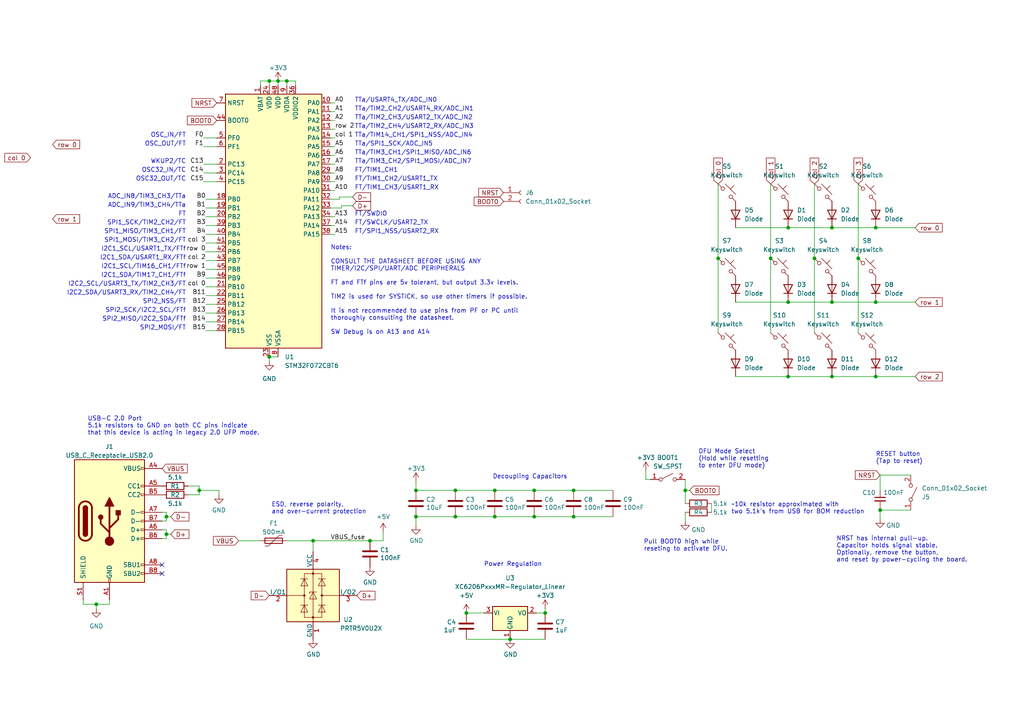
<source format=kicad_sch>
(kicad_sch (version 20231120) (generator "eeschema") (generator_version "8.0")
  (paper "A4")
  (lib_symbols
    (symbol "+5V_1" (power) (pin_names (offset 0))
      (property "Value" "+5V_1" (at 0 3.556 0))
      (symbol "+5V_1_0_1"
        (polyline (pts (xy -0.762 1.27) (xy 0 2.54)))
        (polyline (pts (xy 0 0) (xy 0 2.54)))
        (polyline (pts (xy 0 2.54) (xy 0.762 1.27)))
      )
      (symbol "+5V_1_1_1"
        (pin power_in line (at 0 0 90) (length 0) hide (name "+5V") (number "1"))
      )
    )
    (symbol "Connector:Conn_01x02_Socket" (pin_names (offset 1.016) hide)
      (property "Reference" "J" (at 0 2.54 0))
      (property "Value" "Conn_01x02_Socket" (at 0 -5.08 0))
      (symbol "Conn_01x02_Socket_1_1"
        (arc (start 0 -2.032) (mid -0.5058 -2.54) (end 0 -3.048) (stroke (width 0.1524)))
        (polyline (pts (xy -1.27 -2.54) (xy -0.508 -2.54)) (stroke (width 0.1524)))
        (polyline (pts (xy -1.27 0) (xy -0.508 0)) (stroke (width 0.1524)))
        (arc (start 0 0.508) (mid -0.5058 0) (end 0 -0.508) (stroke (width 0.1524)))
        (pin passive line (at -5.08 0 0) (length 3.81) (name "Pin_1") (number "1"))
        (pin passive line (at -5.08 -2.54 0) (length 3.81) (name "Pin_2") (number "2"))
      )
    )
    (symbol "Connector:USB_C_Receptacle_USB2.0" (pin_names (offset 1.016))
      (property "Reference" "J" (at -10.16 19.05 0))
      (property "Value" "USB_C_Receptacle_USB2.0" (at 19.05 19.05 0))
      (symbol "USB_C_Receptacle_USB2.0_0_0"
        (rectangle (start -0.254 -17.78) (end 0.254 -16.764))
        (rectangle (start 10.16 -14.986) (end 9.144 -15.494))
        (rectangle (start 10.16 -12.446) (end 9.144 -12.954))
        (rectangle (start 10.16 -4.826) (end 9.144 -5.334))
        (rectangle (start 10.16 -2.286) (end 9.144 -2.794))
        (rectangle (start 10.16 0.254) (end 9.144 -0.254))
        (rectangle (start 10.16 2.794) (end 9.144 2.286))
        (rectangle (start 10.16 7.874) (end 9.144 7.366))
        (rectangle (start 10.16 10.414) (end 9.144 9.906))
        (rectangle (start 10.16 15.494) (end 9.144 14.986))
      )
      (symbol "USB_C_Receptacle_USB2.0_0_1"
        (rectangle (start -10.16 17.78) (end 10.16 -17.78) (stroke (width 0.254)) (fill (type background)))
        (arc (start -8.89 -3.81) (mid -6.985 -5.7067) (end -5.08 -3.81) (stroke (width 0.508)))
        (arc (start -7.62 -3.81) (mid -6.985 -4.4423) (end -6.35 -3.81) (stroke (width 0.254)))
        (arc (start -7.62 -3.81) (mid -6.985 -4.4423) (end -6.35 -3.81) (stroke (width 0.254)) (fill (type outline)))
        (rectangle (start -7.62 -3.81) (end -6.35 3.81) (stroke (width 0.254)) (fill (type outline)))
        (arc (start -6.35 3.81) (mid -6.985 4.4423) (end -7.62 3.81) (stroke (width 0.254)))
        (arc (start -6.35 3.81) (mid -6.985 4.4423) (end -7.62 3.81) (stroke (width 0.254)) (fill (type outline)))
        (arc (start -5.08 3.81) (mid -6.985 5.7067) (end -8.89 3.81) (stroke (width 0.508)))
        (circle (center -2.54 1.143) (radius 0.635) (stroke (width 0.254)) (fill (type outline)))
        (circle (center 0 -5.842) (radius 1.27) (fill (type outline)))
        (polyline (pts (xy -8.89 -3.81) (xy -8.89 3.81)) (stroke (width 0.508)))
        (polyline (pts (xy -5.08 3.81) (xy -5.08 -3.81)) (stroke (width 0.508)))
        (polyline (pts (xy 0 -5.842) (xy 0 4.318)) (stroke (width 0.508)))
        (polyline (pts (xy 0 -3.302) (xy -2.54 -0.762) (xy -2.54 0.508)) (stroke (width 0.508)))
        (polyline (pts (xy 0 -2.032) (xy 2.54 0.508) (xy 2.54 1.778)) (stroke (width 0.508)))
        (polyline (pts (xy -1.27 4.318) (xy 0 6.858) (xy 1.27 4.318) (xy -1.27 4.318)) (stroke (width 0.254)) (fill (type outline)))
        (rectangle (start 1.905 1.778) (end 3.175 3.048) (stroke (width 0.254)) (fill (type outline)))
      )
      (symbol "USB_C_Receptacle_USB2.0_1_1"
        (pin passive line (at 0 -22.86 90) (length 5.08) (name "GND") (number "A1"))
        (pin passive line (at 0 -22.86 90) (length 5.08) hide (name "GND") (number "A12"))
        (pin passive line (at 15.24 15.24 180) (length 5.08) (name "VBUS") (number "A4"))
        (pin bidirectional line (at 15.24 10.16 180) (length 5.08) (name "CC1") (number "A5"))
        (pin bidirectional line (at 15.24 -2.54 180) (length 5.08) (name "D+") (number "A6"))
        (pin bidirectional line (at 15.24 2.54 180) (length 5.08) (name "D-") (number "A7"))
        (pin bidirectional line (at 15.24 -12.7 180) (length 5.08) (name "SBU1") (number "A8"))
        (pin passive line (at 15.24 15.24 180) (length 5.08) hide (name "VBUS") (number "A9"))
        (pin passive line (at 0 -22.86 90) (length 5.08) hide (name "GND") (number "B1"))
        (pin passive line (at 0 -22.86 90) (length 5.08) hide (name "GND") (number "B12"))
        (pin passive line (at 15.24 15.24 180) (length 5.08) hide (name "VBUS") (number "B4"))
        (pin bidirectional line (at 15.24 7.62 180) (length 5.08) (name "CC2") (number "B5"))
        (pin bidirectional line (at 15.24 -5.08 180) (length 5.08) (name "D+") (number "B6"))
        (pin bidirectional line (at 15.24 0 180) (length 5.08) (name "D-") (number "B7"))
        (pin bidirectional line (at 15.24 -15.24 180) (length 5.08) (name "SBU2") (number "B8"))
        (pin passive line (at 15.24 15.24 180) (length 5.08) hide (name "VBUS") (number "B9"))
        (pin passive line (at -7.62 -22.86 90) (length 5.08) (name "SHIELD") (number "S1"))
      )
    )
    (symbol "Device:C" (pin_numbers hide) (pin_names (offset 0.254))
      (property "Reference" "C" (at 0.635 2.54 0))
      (property "Value" "C" (at 0.635 -2.54 0))
      (symbol "C_0_1"
        (polyline (pts (xy -2.032 -0.762) (xy 2.032 -0.762)) (stroke (width 0.508)))
        (polyline (pts (xy -2.032 0.762) (xy 2.032 0.762)) (stroke (width 0.508)))
      )
      (symbol "C_1_1"
        (pin passive line (at 0 3.81 270) (length 2.794) (name "~") (number "1"))
        (pin passive line (at 0 -3.81 90) (length 2.794) (name "~") (number "2"))
      )
    )
    (symbol "Device:C_Small" (pin_numbers hide) (pin_names (offset 0.254) hide)
      (property "Reference" "C" (at 0.254 1.778 0))
      (property "Value" "C_Small" (at 0.254 -2.032 0))
      (symbol "C_Small_0_1"
        (polyline (pts (xy -1.524 -0.508) (xy 1.524 -0.508)) (stroke (width 0.3302)))
        (polyline (pts (xy -1.524 0.508) (xy 1.524 0.508)) (stroke (width 0.3048)))
      )
      (symbol "C_Small_1_1"
        (pin passive line (at 0 2.54 270) (length 2.032) (name "~") (number "1"))
        (pin passive line (at 0 -2.54 90) (length 2.032) (name "~") (number "2"))
      )
    )
    (symbol "Device:Polyfuse" (pin_numbers hide) (pin_names (offset 0))
      (property "Reference" "F" (at -2.54 0 90))
      (property "Value" "Polyfuse" (at 2.54 0 90))
      (symbol "Polyfuse_0_1"
        (rectangle (start -0.762 2.54) (end 0.762 -2.54) (stroke (width 0.254)))
        (polyline (pts (xy 0 2.54) (xy 0 -2.54)))
        (polyline (pts (xy -1.524 2.54) (xy -1.524 1.524) (xy 1.524 -1.524) (xy 1.524 -2.54)))
      )
      (symbol "Polyfuse_1_1"
        (pin passive line (at 0 3.81 270) (length 1.27) (name "~") (number "1"))
        (pin passive line (at 0 -3.81 90) (length 1.27) (name "~") (number "2"))
      )
    )
    (symbol "Device:R" (pin_numbers hide) (pin_names (offset 0))
      (property "Reference" "R" (at 2.032 0 90))
      (property "Value" "R" (at 0 0 90))
      (symbol "R_0_1"
        (rectangle (start -1.016 -2.54) (end 1.016 2.54) (stroke (width 0.254)))
      )
      (symbol "R_1_1"
        (pin passive line (at 0 3.81 270) (length 1.27) (name "~") (number "1"))
        (pin passive line (at 0 -3.81 90) (length 1.27) (name "~") (number "2"))
      )
    )
    (symbol "MCU_ST_STM32F0:STM32F072CBTx"
      (property "Reference" "U" (at -12.7 39.37 0))
      (property "Value" "STM32F072CBTx" (at 10.16 39.37 0))
      (symbol "STM32F072CBTx_0_1"
        (rectangle (start -12.7 -35.56) (end 15.24 38.1) (stroke (width 0.254)) (fill (type background)))
      )
      (symbol "STM32F072CBTx_1_1"
        (pin power_in line (at -2.54 40.64 270) (length 2.54) (name "VBAT") (number "1"))
        (pin bidirectional line (at 17.78 35.56 180) (length 2.54) (name "PA0") (number "10"))
        (pin bidirectional line (at 17.78 33.02 180) (length 2.54) (name "PA1") (number "11"))
        (pin bidirectional line (at 17.78 30.48 180) (length 2.54) (name "PA2") (number "12"))
        (pin bidirectional line (at 17.78 27.94 180) (length 2.54) (name "PA3") (number "13"))
        (pin bidirectional line (at 17.78 25.4 180) (length 2.54) (name "PA4") (number "14"))
        (pin bidirectional line (at 17.78 22.86 180) (length 2.54) (name "PA5") (number "15"))
        (pin bidirectional line (at 17.78 20.32 180) (length 2.54) (name "PA6") (number "16"))
        (pin bidirectional line (at 17.78 17.78 180) (length 2.54) (name "PA7") (number "17"))
        (pin bidirectional line (at -15.24 7.62 0) (length 2.54) (name "PB0") (number "18"))
        (pin bidirectional line (at -15.24 5.08 0) (length 2.54) (name "PB1") (number "19"))
        (pin bidirectional line (at -15.24 17.78 0) (length 2.54) (name "PC13") (number "2"))
        (pin bidirectional line (at -15.24 2.54 0) (length 2.54) (name "PB2") (number "20"))
        (pin bidirectional line (at -15.24 -17.78 0) (length 2.54) (name "PB10") (number "21"))
        (pin bidirectional line (at -15.24 -20.32 0) (length 2.54) (name "PB11") (number "22"))
        (pin power_in line (at 0 -38.1 90) (length 2.54) (name "VSS") (number "23"))
        (pin power_in line (at 0 40.64 270) (length 2.54) (name "VDD") (number "24"))
        (pin bidirectional line (at -15.24 -22.86 0) (length 2.54) (name "PB12") (number "25"))
        (pin bidirectional line (at -15.24 -25.4 0) (length 2.54) (name "PB13") (number "26"))
        (pin bidirectional line (at -15.24 -27.94 0) (length 2.54) (name "PB14") (number "27"))
        (pin bidirectional line (at -15.24 -30.48 0) (length 2.54) (name "PB15") (number "28"))
        (pin bidirectional line (at 17.78 15.24 180) (length 2.54) (name "PA8") (number "29"))
        (pin bidirectional line (at -15.24 15.24 0) (length 2.54) (name "PC14") (number "3"))
        (pin bidirectional line (at 17.78 12.7 180) (length 2.54) (name "PA9") (number "30"))
        (pin bidirectional line (at 17.78 10.16 180) (length 2.54) (name "PA10") (number "31"))
        (pin bidirectional line (at 17.78 7.62 180) (length 2.54) (name "PA11") (number "32"))
        (pin bidirectional line (at 17.78 5.08 180) (length 2.54) (name "PA12") (number "33"))
        (pin bidirectional line (at 17.78 2.54 180) (length 2.54) (name "PA13") (number "34"))
        (pin passive line (at 0 -38.1 90) (length 2.54) hide (name "VSS") (number "35"))
        (pin power_in line (at 7.62 40.64 270) (length 2.54) (name "VDDIO2") (number "36"))
        (pin bidirectional line (at 17.78 0 180) (length 2.54) (name "PA14") (number "37"))
        (pin bidirectional line (at 17.78 -2.54 180) (length 2.54) (name "PA15") (number "38"))
        (pin bidirectional line (at -15.24 0 0) (length 2.54) (name "PB3") (number "39"))
        (pin bidirectional line (at -15.24 12.7 0) (length 2.54) (name "PC15") (number "4"))
        (pin bidirectional line (at -15.24 -2.54 0) (length 2.54) (name "PB4") (number "40"))
        (pin bidirectional line (at -15.24 -5.08 0) (length 2.54) (name "PB5") (number "41"))
        (pin bidirectional line (at -15.24 -7.62 0) (length 2.54) (name "PB6") (number "42"))
        (pin bidirectional line (at -15.24 -10.16 0) (length 2.54) (name "PB7") (number "43"))
        (pin input line (at -15.24 30.48 0) (length 2.54) (name "BOOT0") (number "44"))
        (pin bidirectional line (at -15.24 -12.7 0) (length 2.54) (name "PB8") (number "45"))
        (pin bidirectional line (at -15.24 -15.24 0) (length 2.54) (name "PB9") (number "46"))
        (pin passive line (at 0 -38.1 90) (length 2.54) hide (name "VSS") (number "47"))
        (pin power_in line (at 2.54 40.64 270) (length 2.54) (name "VDD") (number "48"))
        (pin bidirectional line (at -15.24 25.4 0) (length 2.54) (name "PF0") (number "5"))
        (pin bidirectional line (at -15.24 22.86 0) (length 2.54) (name "PF1") (number "6"))
        (pin input line (at -15.24 35.56 0) (length 2.54) (name "NRST") (number "7"))
        (pin power_in line (at 2.54 -38.1 90) (length 2.54) (name "VSSA") (number "8"))
        (pin power_in line (at 5.08 40.64 270) (length 2.54) (name "VDDA") (number "9"))
      )
    )
    (symbol "Power_Protection:PRTR5V0U2X" (pin_names (offset 0))
      (property "Reference" "D" (at 2.794 8.636 0))
      (property "Value" "PRTR5V0U2X" (at 8.128 -9.398 0))
      (symbol "PRTR5V0U2X_0_1"
        (rectangle (start -7.62 -7.62) (end 7.62 7.62) (stroke (width 0.254)) (fill (type background)))
        (circle (center -2.54 0) (radius 0.254) (fill (type outline)))
        (rectangle (start -2.54 6.35) (end 2.54 -6.35))
        (circle (center 0 -6.35) (radius 0.254) (fill (type outline)))
        (polyline (pts (xy -2.54 0) (xy -7.62 0)))
        (polyline (pts (xy -1.524 -2.794) (xy -3.556 -2.794)))
        (polyline (pts (xy -1.524 4.826) (xy -3.556 4.826)))
        (polyline (pts (xy 0 -7.62) (xy 0 7.62)))
        (polyline (pts (xy 1.524 -2.794) (xy 3.556 -2.794)))
        (polyline (pts (xy 1.524 4.826) (xy 3.556 4.826)))
        (polyline (pts (xy 2.54 0) (xy 7.62 0)))
        (polyline (pts (xy 1.016 1.016) (xy -1.016 1.016) (xy -1.016 0.508)))
        (polyline (pts (xy -3.556 -4.826) (xy -1.524 -4.826) (xy -2.54 -2.794) (xy -3.556 -4.826)))
        (polyline (pts (xy -3.556 2.794) (xy -1.524 2.794) (xy -2.54 4.826) (xy -3.556 2.794)))
        (polyline (pts (xy -1.016 -1.016) (xy 1.016 -1.016) (xy 0 1.016) (xy -1.016 -1.016)))
        (polyline (pts (xy 3.556 -4.826) (xy 1.524 -4.826) (xy 2.54 -2.794) (xy 3.556 -4.826)))
        (polyline (pts (xy 3.556 2.794) (xy 1.524 2.794) (xy 2.54 4.826) (xy 3.556 2.794)))
        (circle (center 0 6.35) (radius 0.254) (fill (type outline)))
        (circle (center 2.54 0) (radius 0.254) (fill (type outline)))
      )
      (symbol "PRTR5V0U2X_1_1"
        (pin passive line (at 0 -12.7 90) (length 5.08) (name "GND") (number "1"))
        (pin passive line (at -12.7 0 0) (length 5.08) (name "I/O1") (number "2"))
        (pin passive line (at 12.7 0 180) (length 5.08) (name "I/O2") (number "3"))
        (pin passive line (at 0 12.7 270) (length 5.08) (name "VCC") (number "4"))
      )
    )
    (symbol "ScottoKeebs:Placeholder_Diode" (pin_numbers hide) (pin_names hide)
      (property "Reference" "D" (at 0 2.54 0))
      (property "Value" "Diode" (at 0 -2.54 0))
      (symbol "Placeholder_Diode_0_1"
        (polyline (pts (xy -1.27 1.27) (xy -1.27 -1.27)) (stroke (width 0.254)))
        (polyline (pts (xy 1.27 0) (xy -1.27 0)))
        (polyline (pts (xy 1.27 1.27) (xy 1.27 -1.27) (xy -1.27 0) (xy 1.27 1.27)) (stroke (width 0.254)))
      )
      (symbol "Placeholder_Diode_1_1"
        (pin passive line (at -3.81 0 0) (length 2.54) (name "K") (number "1"))
        (pin passive line (at 3.81 0 180) (length 2.54) (name "A") (number "2"))
      )
    )
    (symbol "ScottoKeebs:Placeholder_Keyswitch" (pin_numbers hide) (pin_names (offset 1.016) hide)
      (property "Reference" "S" (at 3.048 1.016 0))
      (property "Value" "Keyswitch" (at 0 -3.81 0))
      (symbol "Placeholder_Keyswitch_0_1"
        (circle (center -1.1684 1.1684) (radius 0.508))
        (polyline (pts (xy -0.508 2.54) (xy 2.54 -0.508)))
        (polyline (pts (xy 1.016 1.016) (xy 2.032 2.032)))
        (polyline (pts (xy -2.54 2.54) (xy -1.524 1.524) (xy -1.524 1.524)))
        (polyline (pts (xy 1.524 -1.524) (xy 2.54 -2.54) (xy 2.54 -2.54) (xy 2.54 -2.54)))
        (circle (center 1.143 -1.1938) (radius 0.508))
        (pin passive line (at -2.54 2.54 0) (length 0) (name "1") (number "1"))
        (pin passive line (at 2.54 -2.54 180) (length 0) (name "2") (number "2"))
      )
    )
    (symbol "Switch:SW_SPST" (pin_names (offset 0) hide)
      (property "Reference" "SW" (at 0 3.175 0))
      (property "Value" "SW_SPST" (at 0 -2.54 0))
      (symbol "SW_SPST_0_0"
        (circle (center -2.032 0) (radius 0.508))
        (polyline (pts (xy -1.524 0.254) (xy 1.524 1.778)))
        (circle (center 2.032 0) (radius 0.508))
      )
      (symbol "SW_SPST_1_1"
        (pin passive line (at -5.08 0 0) (length 2.54) (name "A") (number "1"))
        (pin passive line (at 5.08 0 180) (length 2.54) (name "B") (number "2"))
      )
    )
    (symbol "kicad-keyboard-parts:XC6206PxxxMR-Regulator_Linear" (pin_names (offset 0.254))
      (property "Reference" "U" (at -3.81 3.175 0))
      (property "Value" "XC6206PxxxMR-Regulator_Linear" (at 0 3.175 0))
      (property "LCSC" "C5446" (at 0 0 0))
      (symbol "XC6206PxxxMR-Regulator_Linear_0_1"
        (rectangle (start -5.08 1.905) (end 5.08 -5.08) (stroke (width 0.254)) (fill (type background)))
      )
      (symbol "XC6206PxxxMR-Regulator_Linear_1_1"
        (pin power_in line (at 0 -7.62 90) (length 2.54) (name "GND") (number "1"))
        (pin power_out line (at 7.62 0 180) (length 2.54) (name "VO") (number "2"))
        (pin power_in line (at -7.62 0 0) (length 2.54) (name "VI") (number "3"))
      )
    )
    (symbol "power:+3V3" (power) (pin_names (offset 0))
      (property "Value" "+3V3" (at 0 3.556 0))
      (symbol "+3V3_0_1"
        (polyline (pts (xy -0.762 1.27) (xy 0 2.54)))
        (polyline (pts (xy 0 0) (xy 0 2.54)))
        (polyline (pts (xy 0 2.54) (xy 0.762 1.27)))
      )
      (symbol "+3V3_1_1"
        (pin power_in line (at 0 0 90) (length 0) hide (name "+3V3") (number "1"))
      )
    )
    (symbol "power:+5V" (power) (pin_names (offset 0))
      (property "Value" "+5V" (at 0 3.556 0))
      (symbol "+5V_0_1"
        (polyline (pts (xy -0.762 1.27) (xy 0 2.54)))
        (polyline (pts (xy 0 0) (xy 0 2.54)))
        (polyline (pts (xy 0 2.54) (xy 0.762 1.27)))
      )
      (symbol "+5V_1_1"
        (pin power_in line (at 0 0 90) (length 0) hide (name "+5V") (number "1"))
      )
    )
    (symbol "power:GND" (power) (pin_names (offset 0))
      (property "Value" "GND" (at 0 -3.81 0))
      (symbol "GND_0_1"
        (polyline (pts (xy 0 0) (xy 0 -1.27) (xy 1.27 -1.27) (xy 0 -2.54) (xy -1.27 -1.27) (xy 0 -1.27)))
      )
      (symbol "GND_1_1"
        (pin power_in line (at 0 0 270) (length 0) hide (name "GND") (number "1"))
      )
    )
  )
  (junction (at 241.3 66.04))
  (junction (at 154.94 142.24))
  (junction (at 48.26 154.94))
  (junction (at 241.3 87.63))
  (junction (at 78.105 23.495))
  (junction (at 223.52 74.93))
  (junction (at 143.51 142.24))
  (junction (at 208.28 74.93))
  (junction (at 254 66.04))
  (junction (at 57.785 142.24))
  (junction (at 248.92 74.93))
  (junction (at 255.27 147.955))
  (junction (at 228.6 87.63))
  (junction (at 132.08 149.86))
  (junction (at 120.65 149.86))
  (junction (at 254 87.63))
  (junction (at 236.22 74.93))
  (junction (at 107.315 156.845))
  (junction (at 80.645 23.495))
  (junction (at 228.6 66.04))
  (junction (at 158.115 177.8))
  (junction (at 147.955 185.42) (diameter 0.9144))
  (junction (at 254 109.22))
  (junction (at 143.51 149.86))
  (junction (at 90.805 156.845))
  (junction (at 166.37 149.86))
  (junction (at 120.65 142.24))
  (junction (at 198.755 142.24))
  (junction (at 83.185 23.495))
  (junction (at 241.3 109.22))
  (junction (at 78.105 103.505))
  (junction (at 166.37 142.24))
  (junction (at 48.26 149.86))
  (junction (at 135.255 177.8))
  (junction (at 154.94 149.86))
  (junction (at 228.6 109.22))
  (junction (at 27.94 175.26))
  (junction (at 132.08 142.24))
  (no_connect (at 46.99 166.37))
  (no_connect (at 46.99 163.83))
  (wire (pts (xy 59.69 80.645) (xy 62.865 80.645)))
  (wire (pts (xy 69.215 156.845) (xy 75.565 156.845)))
  (wire (pts (xy 223.52 53.34) (xy 223.52 74.93)))
  (wire (pts (xy 24.13 173.99) (xy 24.13 175.26)))
  (wire (pts (xy 59.69 73.025) (xy 62.865 73.025)))
  (wire (pts (xy 59.055 50.165) (xy 62.865 50.165)))
  (wire (pts (xy 97.155 65.405) (xy 95.885 65.405)))
  (wire (pts (xy 265.43 66.04) (xy 254 66.04)))
  (wire (pts (xy 90.805 156.845) (xy 90.805 160.02)))
  (wire (pts (xy 97.155 34.925) (xy 95.885 34.925)))
  (wire (pts (xy 48.26 156.21) (xy 48.26 154.94)))
  (wire (pts (xy 48.26 148.59) (xy 48.26 149.86)))
  (wire (pts (xy 97.155 40.005) (xy 95.885 40.005)))
  (wire (pts (xy 59.69 75.565) (xy 62.865 75.565)))
  (wire (pts (xy 59.055 52.705) (xy 62.865 52.705)))
  (wire (pts (xy 198.755 142.24) (xy 198.755 146.05)))
  (wire (pts (xy 255.27 147.955) (xy 264.16 147.955)))
  (wire (pts (xy 223.52 74.93) (xy 223.52 96.52)))
  (wire (pts (xy 75.565 23.495) (xy 75.565 24.765)))
  (wire (pts (xy 166.37 149.86) (xy 177.8 149.86)))
  (wire (pts (xy 213.36 87.63) (xy 228.6 87.63)))
  (wire (pts (xy 46.99 148.59) (xy 48.26 148.59)))
  (wire (pts (xy 213.36 66.04) (xy 228.6 66.04)))
  (wire (pts (xy 236.22 53.34) (xy 236.22 74.93)))
  (wire (pts (xy 111.125 154.305) (xy 111.125 156.845)))
  (wire (pts (xy 213.36 109.22) (xy 228.6 109.22)))
  (wire (pts (xy 97.155 42.545) (xy 95.885 42.545)))
  (wire (pts (xy 198.755 142.24) (xy 200.025 142.24)))
  (wire (pts (xy 99.06 59.69) (xy 99.06 60.325)))
  (wire (pts (xy 228.6 109.22) (xy 241.3 109.22)))
  (wire (pts (xy 265.43 87.63) (xy 254 87.63)))
  (wire (pts (xy 97.155 37.465) (xy 95.885 37.465)))
  (wire (pts (xy 135.255 177.8) (xy 140.335 177.8)))
  (wire (pts (xy 198.755 148.59) (xy 198.755 151.13)))
  (wire (pts (xy 78.105 104.775) (xy 78.105 103.505)))
  (wire (pts (xy 46.99 156.21) (xy 48.26 156.21)))
  (wire (pts (xy 97.155 47.625) (xy 95.885 47.625)))
  (wire (pts (xy 97.155 62.865) (xy 95.885 62.865)))
  (wire (pts (xy 158.115 176.53) (xy 158.115 177.8)))
  (wire (pts (xy 90.805 156.845) (xy 107.315 156.845)))
  (wire (pts (xy 78.105 103.505) (xy 80.645 103.505)))
  (wire (pts (xy 187.325 139.065) (xy 187.325 136.525)))
  (wire (pts (xy 154.94 149.86) (xy 166.37 149.86)))
  (wire (pts (xy 241.3 109.22) (xy 254 109.22)))
  (wire (pts (xy 59.69 88.265) (xy 62.865 88.265)))
  (wire (pts (xy 59.055 40.005) (xy 62.865 40.005)))
  (wire (pts (xy 59.69 65.405) (xy 62.865 65.405)))
  (wire (pts (xy 97.155 45.085) (xy 95.885 45.085)))
  (wire (pts (xy 120.65 152.4) (xy 120.65 149.86)))
  (wire (pts (xy 154.94 142.24) (xy 166.37 142.24)))
  (wire (pts (xy 57.785 143.51) (xy 57.785 142.24)))
  (wire (pts (xy 248.92 53.34) (xy 248.92 74.93)))
  (wire (pts (xy 59.69 57.785) (xy 62.865 57.785)))
  (wire (pts (xy 75.565 23.495) (xy 78.105 23.495)))
  (wire (pts (xy 120.65 139.7) (xy 120.65 142.24)))
  (wire (pts (xy 248.92 74.93) (xy 248.92 96.52)))
  (wire (pts (xy 228.6 66.04) (xy 241.3 66.04)))
  (wire (pts (xy 80.645 23.495) (xy 80.645 24.765)))
  (wire (pts (xy 48.26 153.67) (xy 48.26 154.94)))
  (wire (pts (xy 147.955 185.42) (xy 158.115 185.42)))
  (wire (pts (xy 147.955 185.42) (xy 135.255 185.42)))
  (wire (pts (xy 78.105 23.495) (xy 78.105 24.765)))
  (wire (pts (xy 59.69 95.885) (xy 62.865 95.885)))
  (wire (pts (xy 54.61 140.97) (xy 57.785 140.97)))
  (wire (pts (xy 63.5 142.24) (xy 63.5 143.51)))
  (wire (pts (xy 57.785 142.24) (xy 57.785 140.97)))
  (wire (pts (xy 85.725 23.495) (xy 85.725 24.765)))
  (wire (pts (xy 98.425 57.785) (xy 95.885 57.785)))
  (wire (pts (xy 143.51 142.24) (xy 154.94 142.24)))
  (wire (pts (xy 48.26 154.94) (xy 49.53 154.94)))
  (wire (pts (xy 255.27 150.495) (xy 255.27 147.955)))
  (wire (pts (xy 254 87.63) (xy 241.3 87.63)))
  (wire (pts (xy 83.185 23.495) (xy 80.645 23.495)))
  (wire (pts (xy 31.75 175.26) (xy 31.75 173.99)))
  (wire (pts (xy 107.315 156.845) (xy 111.125 156.845)))
  (wire (pts (xy 59.055 42.545) (xy 62.865 42.545)))
  (wire (pts (xy 59.69 78.105) (xy 62.865 78.105)))
  (wire (pts (xy 155.575 177.8) (xy 158.115 177.8)))
  (wire (pts (xy 132.08 149.86) (xy 120.65 149.86)))
  (wire (pts (xy 255.27 137.795) (xy 264.16 137.795)))
  (wire (pts (xy 198.755 139.065) (xy 198.755 142.24)))
  (wire (pts (xy 97.155 55.245) (xy 95.885 55.245)))
  (wire (pts (xy 59.69 93.345) (xy 62.865 93.345)))
  (wire (pts (xy 208.28 74.93) (xy 208.28 96.52)))
  (wire (pts (xy 48.26 149.86) (xy 49.53 149.86)))
  (wire (pts (xy 46.99 151.13) (xy 48.26 151.13)))
  (wire (pts (xy 143.51 149.86) (xy 154.94 149.86)))
  (wire (pts (xy 102.235 57.15) (xy 98.425 57.15)))
  (wire (pts (xy 97.155 50.165) (xy 95.885 50.165)))
  (wire (pts (xy 59.69 62.865) (xy 62.865 62.865)))
  (wire (pts (xy 83.185 23.495) (xy 85.725 23.495)))
  (wire (pts (xy 255.27 137.795) (xy 255.27 142.24)))
  (wire (pts (xy 27.94 175.26) (xy 31.75 175.26)))
  (wire (pts (xy 57.785 142.24) (xy 63.5 142.24)))
  (wire (pts (xy 83.185 156.845) (xy 90.805 156.845)))
  (wire (pts (xy 254 66.04) (xy 241.3 66.04)))
  (wire (pts (xy 143.51 149.86) (xy 132.08 149.86)))
  (wire (pts (xy 265.43 109.22) (xy 254 109.22)))
  (wire (pts (xy 102.235 59.69) (xy 99.06 59.69)))
  (wire (pts (xy 206.375 146.05) (xy 206.375 148.59)))
  (wire (pts (xy 208.28 53.34) (xy 208.28 74.93)))
  (wire (pts (xy 255.27 147.955) (xy 255.27 147.32)))
  (wire (pts (xy 228.6 87.63) (xy 241.3 87.63)))
  (wire (pts (xy 83.185 23.495) (xy 83.185 24.765)))
  (wire (pts (xy 59.69 60.325) (xy 62.865 60.325)))
  (wire (pts (xy 78.105 23.495) (xy 80.645 23.495)))
  (wire (pts (xy 59.69 70.485) (xy 62.865 70.485)))
  (wire (pts (xy 59.69 83.185) (xy 62.865 83.185)))
  (wire (pts (xy 132.08 142.24) (xy 120.65 142.24)))
  (wire (pts (xy 98.425 57.15) (xy 98.425 57.785)))
  (wire (pts (xy 166.37 142.24) (xy 177.8 142.24)))
  (wire (pts (xy 48.26 149.86) (xy 48.26 151.13)))
  (wire (pts (xy 46.99 153.67) (xy 48.26 153.67)))
  (wire (pts (xy 188.595 139.065) (xy 187.325 139.065)))
  (wire (pts (xy 24.13 175.26) (xy 27.94 175.26)))
  (wire (pts (xy 236.22 74.93) (xy 236.22 96.52)))
  (wire (pts (xy 59.69 67.945) (xy 62.865 67.945)))
  (wire (pts (xy 97.155 67.945) (xy 95.885 67.945)))
  (wire (pts (xy 97.155 52.705) (xy 95.885 52.705)))
  (wire (pts (xy 59.055 47.625) (xy 62.865 47.625)))
  (wire (pts (xy 59.69 85.725) (xy 62.865 85.725)))
  (wire (pts (xy 97.155 32.385) (xy 95.885 32.385)))
  (wire (pts (xy 54.61 143.51) (xy 57.785 143.51)))
  (wire (pts (xy 99.06 60.325) (xy 95.885 60.325)))
  (wire (pts (xy 143.51 142.24) (xy 132.08 142.24)))
  (wire (pts (xy 97.155 29.845) (xy 95.885 29.845)))
  (wire (pts (xy 27.94 176.53) (xy 27.94 175.26)))
  (wire (pts (xy 59.69 90.805) (xy 62.865 90.805)))
  (text "RESET button\n(Tap to reset)" (at 254 134.62 0) (effects (font (size 1.27 1.27)) (justify left bottom)))
  (text "FT/TIM1_CH2/USART1_TX" (at 102.87 52.705 0) (effects (font (size 1.27 1.27)) (justify left bottom)))
  (text "Decoupling Capacitors" (at 142.875 139.065 0) (effects (font (size 1.27 1.27)) (justify left bottom)))
  (text "SPI2_SCK/I2C2_SCL/FTf" (at 53.975 90.805 0) (effects (font (size 1.27 1.27)) (justify right bottom)))
  (text "OSC_IN/FT" (at 53.975 40.005 0) (effects (font (size 1.27 1.27)) (justify right bottom)))
  (text "TTa/TIM2_CH2/USART4_RX/ADC_IN1" (at 102.87 32.385 0) (effects (font (size 1.27 1.27)) (justify left bottom)))
  (text "I2C2_SCL/USART3_TX/TIM2_CH3/FT" (at 53.975 83.185 0) (effects (font (size 1.27 1.27)) (justify right bottom)))
  (text "DFU Mode Select\n(Hold while resetting\nto enter DFU mode)" (at 202.565 135.89 0) (effects (font (size 1.27 1.27)) (justify left bottom)))
  (text "TTa/SPI1_SCK/ADC_IN5" (at 102.87 42.545 0) (effects (font (size 1.27 1.27)) (justify left bottom)))
  (text "SPI1_MOSI/TIM3_CH2/FT" (at 53.975 70.485 0) (effects (font (size 1.27 1.27)) (justify right bottom)))
  (text "TTa/USART4_TX/ADC_IN0" (at 102.87 29.845 0) (effects (font (size 1.27 1.27)) (justify left bottom)))
  (text "SPI2_NSS/FT" (at 53.975 88.265 0) (effects (font (size 1.27 1.27)) (justify right bottom)))
  (text "I2C1_SCL/TIM16_CH1/FTf" (at 53.975 78.105 0) (effects (font (size 1.27 1.27)) (justify right bottom)))
  (text "I2C1_SCL/USART1_TX/FTf" (at 53.975 73.025 0) (effects (font (size 1.27 1.27)) (justify right bottom)))
  (text "TTa/TIM14_CH1/SPI1_NSS/ADC_IN4" (at 102.87 40.005 0) (effects (font (size 1.27 1.27)) (justify left bottom)))
  (text "SPI1_MISO/TIM3_CH1/FT" (at 53.975 67.945 0) (effects (font (size 1.27 1.27)) (justify right bottom)))
  (text "ADC_IN9/TIM3_CH4/TTa" (at 53.975 60.325 0) (effects (font (size 1.27 1.27)) (justify right bottom)))
  (text "TTa/TIM3_CH1/SPI1_MISO/ADC_IN6" (at 102.87 45.085 0) (effects (font (size 1.27 1.27)) (justify left bottom)))
  (text "USB-C 2.0 Port\n5.1k resistors to GND on both CC pins indicate\nthat this device is acting in legacy 2.0 UFP mode." (at 25.4 126.365 0) (effects (font (size 1.27 1.27)) (justify left bottom)))
  (text "I2C2_SDA/USART3_RX/TIM2_CH4/FT" (at 53.975 85.725 0) (effects (font (size 1.27 1.27)) (justify right bottom)))
  (text "SPI2_MISO/I2C2_SDA/FTf" (at 53.975 93.345 0) (effects (font (size 1.27 1.27)) (justify right bottom)))
  (text "TTa/TIM2_CH3/USART2_TX/ADC_IN2" (at 102.87 34.925 0) (effects (font (size 1.27 1.27)) (justify left bottom)))
  (text "Power Regulation" (at 140.335 164.465 0) (effects (font (size 1.27 1.27)) (justify left bottom)))
  (text "OSC_OUT/FT" (at 53.975 42.545 0) (effects (font (size 1.27 1.27)) (justify right bottom)))
  (text "ESD, reverse polarity,\nand over-current protection" (at 78.74 149.225 0) (effects (font (size 1.27 1.27)) (justify left bottom)))
  (text "I2C1_SDA/TIM17_CH1/FTf" (at 53.975 80.645 0) (effects (font (size 1.27 1.27)) (justify right bottom)))
  (text "OSC32_OUT/TC" (at 53.975 52.705 0) (effects (font (size 1.27 1.27)) (justify right bottom)))
  (text "FT/SWCLK/USART2_TX" (at 102.87 65.405 0) (effects (font (size 1.27 1.27)) (justify left bottom)))
  (text "OSC32_IN/TC" (at 53.975 50.165 0) (effects (font (size 1.27 1.27)) (justify right bottom)))
  (text "FT/SPI1_NSS/USART2_RX" (at 102.87 67.945 0) (effects (font (size 1.27 1.27)) (justify left bottom)))
  (text "TTa/TIM2_CH4/USART2_RX/ADC_IN3" (at 102.87 37.465 0) (effects (font (size 1.27 1.27)) (justify left bottom)))
  (text "FT/TIM1_CH3/USART1_RX" (at 102.87 55.245 0) (effects (font (size 1.27 1.27)) (justify left bottom)))
  (text "NRST has internal pull-up.\nCapacitor holds signal stable.\nOptionally, remove the button,\nand reset by power-cycling the board." (at 242.57 163.195 0) (effects (font (size 1.27 1.27)) (justify left bottom)))
  (text "~10k resistor approximated with\ntwo 5.1k's from USB for BOM reduction" (at 212.09 149.225 0) (effects (font (size 1.27 1.27)) (justify left bottom)))
  (text "I2C1_SDA/USART1_RX/FTf" (at 53.975 75.565 0) (effects (font (size 1.27 1.27)) (justify right bottom)))
  (text "FT/TIM1_CH1" (at 102.87 50.165 0) (effects (font (size 1.27 1.27)) (justify left bottom)))
  (text "Notes:\n\nCONSULT THE DATASHEET BEFORE USING ANY \nTIMER/I2C/SPI/UART/ADC PERIPHERALS\n\nFT and FTf pins are 5v tolerant, but output 3.3v levels.\n\nTIM2 is used for SYSTICK, so use other timers if possible.\n\nIt is not recommended to use pins from PF or PC until\nthoroughly consulting the datasheet.\n\nSW Debug is on A13 and A14" (at 95.885 97.155 0) (effects (font (size 1.27 1.27)) (justify left bottom)))
  (text "WKUP2/TC" (at 53.975 47.625 0) (effects (font (size 1.27 1.27)) (justify right bottom)))
  (text "Pull BOOT0 high while \nreseting to activate DFU." (at 186.69 160.02 0) (effects (font (size 1.27 1.27)) (justify left bottom)))
  (text "FT" (at 53.975 62.865 0) (effects (font (size 1.27 1.27)) (justify right bottom)))
  (text "TTa/TIM3_CH2/SPI1_MOSI/ADC_IN7" (at 102.87 47.625 0) (effects (font (size 1.27 1.27)) (justify left bottom)))
  (text "ADC_IN8/TIM3_CH3/TTa" (at 53.975 57.785 0) (effects (font (size 1.27 1.27)) (justify right bottom)))
  (text "SPI2_MOSI/FT" (at 53.975 95.885 0) (effects (font (size 1.27 1.27)) (justify right bottom)))
  (text "FT/SWDIO" (at 102.87 62.865 0) (effects (font (size 1.27 1.27)) (justify left bottom)))
  (text "SPI1_SCK/TIM2_CH2/FT" (at 53.975 65.405 0) (effects (font (size 1.27 1.27)) (justify right bottom)))
  (label "B4" (at 59.69 67.945 180))
  (label "A1" (at 97.155 32.385 0))
  (label "B0" (at 59.69 57.785 180))
  (label "A10" (at 97.155 55.245 0))
  (label "F1" (at 59.055 42.545 180))
  (label "B12" (at 59.69 88.265 180))
  (label "row 2" (at 97.155 37.465 0))
  (label "col 2" (at 59.69 75.565 180))
  (label "C15" (at 59.055 52.705 180))
  (label "B2" (at 59.69 62.865 180))
  (label "col 3" (at 59.69 70.485 180))
  (label "col 0" (at 59.69 83.185 180))
  (label "C13" (at 59.055 47.625 180))
  (label "A0" (at 97.155 29.845 0))
  (label "col 1" (at 97.155 40.005 0))
  (label "A6" (at 97.155 45.085 0))
  (label "B9" (at 59.69 80.645 180))
  (label "F0" (at 59.055 40.005 180))
  (label "A7" (at 97.155 47.625 0))
  (label "row 1" (at 59.69 78.105 180))
  (label "A14" (at 97.155 65.405 0))
  (label "VBUS_fuse" (at 95.885 156.845 0))
  (label "row 0" (at 59.69 73.025 180))
  (label "A8" (at 97.155 50.165 0))
  (label "A13" (at 97.155 62.865 0))
  (label "B3" (at 59.69 65.405 180))
  (label "C14" (at 59.055 50.165 180))
  (label "A5" (at 97.155 42.545 0))
  (label "A2" (at 97.155 34.925 0))
  (label "B15" (at 59.69 95.885 180))
  (label "B11" (at 59.69 85.725 180))
  (label "B13" (at 59.69 90.805 180))
  (label "A9" (at 97.155 52.705 0))
  (label "B14" (at 59.69 93.345 180))
  (label "B1" (at 59.69 60.325 180))
  (label "A15" (at 97.155 67.945 0))
  (global_label "col 1" (shape input) (at 223.52 53.34 90) (property "Intersheetrefs" "${INTERSHEET_REFS}" (effects (hide yes))))
  (global_label "VBUS" (shape input) (at 46.99 135.89 0) (property "Intersheetrefs" "${INTERSHEET_REFS}" (effects (hide yes))))
  (global_label "D+" (shape input) (at 49.53 154.94 0) (property "Intersheetrefs" "${INTERSHEET_REFS}" (effects (hide yes))))
  (global_label "row 0" (shape input) (at 265.43 66.04 0) (property "Intersheetrefs" "${INTERSHEET_REFS}" (effects (hide yes))))
  (global_label "row 1" (shape input) (at 15.24 63.5 0) (property "Intersheetrefs" "${INTERSHEET_REFS}" (effects (hide yes))))
  (global_label "NRST" (shape input) (at 255.27 137.795 180) (property "Intersheetrefs" "${INTERSHEET_REFS}" (effects (hide yes))))
  (global_label "NRST" (shape input) (at 62.865 29.845 180) (property "Intersheetrefs" "${INTERSHEET_REFS}" (effects (hide yes))))
  (global_label "BOOT0" (shape input) (at 62.865 34.925 180) (property "Intersheetrefs" "${INTERSHEET_REFS}" (effects (hide yes))))
  (global_label "D+" (shape input) (at 102.235 59.69 0) (property "Intersheetrefs" "${INTERSHEET_REFS}" (effects (hide yes))))
  (global_label "col 0" (shape input) (at 208.28 53.34 90) (property "Intersheetrefs" "${INTERSHEET_REFS}" (effects (hide yes))))
  (global_label "row 0" (shape input) (at 15.24 41.91 0) (property "Intersheetrefs" "${INTERSHEET_REFS}" (effects (hide yes))))
  (global_label "row 2" (shape input) (at 265.43 109.22 0) (property "Intersheetrefs" "${INTERSHEET_REFS}" (effects (hide yes))))
  (global_label "D-" (shape input) (at 78.105 172.72 180) (property "Intersheetrefs" "${INTERSHEET_REFS}" (effects (hide yes))))
  (global_label "BOOT0" (shape input) (at 146.05 58.42 180) (property "Intersheetrefs" "${INTERSHEET_REFS}" (effects (hide yes))))
  (global_label "BOOT0" (shape input) (at 200.025 142.24 0) (property "Intersheetrefs" "${INTERSHEET_REFS}" (effects (hide yes))))
  (global_label "NRST" (shape input) (at 146.05 55.88 180) (property "Intersheetrefs" "${INTERSHEET_REFS}" (effects (hide yes))))
  (global_label "D-" (shape input) (at 49.53 149.86 0) (property "Intersheetrefs" "${INTERSHEET_REFS}" (effects (hide yes))))
  (global_label "D+" (shape input) (at 103.505 172.72 0) (property "Intersheetrefs" "${INTERSHEET_REFS}" (effects (hide yes))))
  (global_label "col 3" (shape input) (at 248.92 53.34 90) (property "Intersheetrefs" "${INTERSHEET_REFS}" (effects (hide yes))))
  (global_label "col 0" (shape input) (at 8.89 45.72 180) (property "Intersheetrefs" "${INTERSHEET_REFS}" (effects (hide yes))))
  (global_label "row 1" (shape input) (at 265.43 87.63 0) (property "Intersheetrefs" "${INTERSHEET_REFS}" (effects (hide yes))))
  (global_label "D-" (shape input) (at 102.235 57.15 0) (property "Intersheetrefs" "${INTERSHEET_REFS}" (effects (hide yes))))
  (global_label "VBUS" (shape input) (at 69.215 156.845 180) (property "Intersheetrefs" "${INTERSHEET_REFS}" (effects (hide yes))))
  (global_label "col 2" (shape input) (at 236.22 53.34 90) (property "Intersheetrefs" "${INTERSHEET_REFS}" (effects (hide yes))))
  (symbol (lib_id "ScottoKeebs:Placeholder_Diode") (at 241.3 105.41 90) (unit 1)
    (property "Reference" "D11" (at 243.84 104.14 90) (effects (justify right)))
    (property "Value" "Diode" (at 243.84 106.68 90) (effects (justify right)))
    (property "Footprint" "ScottoKeebs_Components:Diode_SOD-123" (effects (hide yes)))
    (property "Sim.Device" "D" (effects (hide yes)))
    (property "Sim.Pins" "1=K 2=A" (effects (hide yes)))
  )
  (symbol (lib_id "Device:C") (at 143.51 146.05 0) (unit 1)
    (property "Reference" "C5" (at 146.431 144.8816 0) (effects (justify left)))
    (property "Value" "100nF" (at 146.431 147.193 0) (effects (justify left)))
    (property "Footprint" "Capacitor_SMD:C_0402_1005Metric" (effects (hide yes)))
    (property "LCSC" "C307331" (effects (hide yes)))
  )
  (symbol (lib_id "ScottoKeebs:Placeholder_Keyswitch") (at 238.76 77.47 0) (unit 1)
    (property "Reference" "S4" (at 238.76 69.85 0))
    (property "Value" "Keyswitch" (at 238.76 72.39 0))
    (property "Footprint" "ScottoKeebs_Hotswap:Hotswap_MX_Plated_1.00u" (effects (hide yes)))
  )
  (symbol (lib_id "ScottoKeebs:Placeholder_Diode") (at 254 83.82 90) (unit 1)
    (property "Reference" "D8" (at 256.54 82.55 90) (effects (justify right)))
    (property "Value" "Diode" (at 256.54 85.09 90) (effects (justify right)))
    (property "Footprint" "ScottoKeebs_Components:Diode_SOD-123" (effects (hide yes)))
    (property "Sim.Device" "D" (effects (hide yes)))
    (property "Sim.Pins" "1=K 2=A" (effects (hide yes)))
  )
  (symbol (lib_id "Device:R") (at 50.8 143.51 90) (unit 1)
    (property "Reference" "R2" (at 50.8 143.51 90))
    (property "Value" "5.1k" (at 50.8 146.05 90))
    (property "Footprint" "Resistor_SMD:R_0402_1005Metric" (effects (hide yes)))
  )
  (symbol (lib_id "power:GND") (at 147.955 185.42 0) (unit 1)
    (property "Reference" "#PWR011" (effects (hide yes)))
    (property "Value" "GND" (at 148.082 189.8142 0))
  )
  (symbol (lib_id "Device:C") (at 107.315 160.655 0) (unit 1)
    (property "Reference" "C1" (at 110.236 159.4866 0) (effects (justify left)))
    (property "Value" "100nF" (at 110.236 161.798 0) (effects (justify left)))
    (property "Footprint" "Capacitor_SMD:C_0402_1005Metric" (effects (hide yes)))
    (property "LCSC" "C307331" (effects (hide yes)))
  )
  (symbol (lib_id "ScottoKeebs:Placeholder_Diode") (at 241.3 62.23 90) (unit 1)
    (property "Reference" "D2" (at 243.84 60.96 90) (effects (justify right)))
    (property "Value" "Diode" (at 243.84 63.5 90) (effects (justify right)))
    (property "Footprint" "ScottoKeebs_Components:Diode_SOD-123" (effects (hide yes)))
    (property "Sim.Device" "D" (effects (hide yes)))
    (property "Sim.Pins" "1=K 2=A" (effects (hide yes)))
  )
  (symbol (lib_id "power:GND") (at 107.315 164.465 0) (unit 1)
    (property "Reference" "#PWR06" (effects (hide yes)))
    (property "Value" "GND" (at 107.315 168.91 0))
  )
  (symbol (lib_id "ScottoKeebs:Placeholder_Keyswitch") (at 251.46 55.88 0) (unit 1)
    (property "Reference" "S6" (at 251.46 48.26 0))
    (property "Value" "Keyswitch" (at 251.46 50.8 0))
    (property "Footprint" "ScottoKeebs_Hotswap:Hotswap_MX_Plated_1.00u" (effects (hide yes)))
  )
  (symbol (lib_id "power:GND") (at 78.105 104.775 0) (unit 1)
    (property "Reference" "#PWR03" (effects (hide yes)))
    (property "Value" "GND" (at 78.105 109.855 0))
  )
  (symbol (lib_id "power:GND") (at 27.94 176.53 0) (unit 1)
    (property "Reference" "#PWR01" (effects (hide yes)))
    (property "Value" "GND" (at 27.94 181.61 0))
  )
  (symbol (lib_id "Device:C") (at 158.115 181.61 0) (unit 1)
    (property "Reference" "C7" (at 161.036 180.4416 0) (effects (justify left)))
    (property "Value" "1uF" (at 161.036 182.753 0) (effects (justify left)))
    (property "Footprint" "Capacitor_SMD:C_0402_1005Metric" (effects (hide yes)))
    (property "LCSC" "C307331" (effects (hide yes)))
  )
  (symbol (lib_id "Device:C") (at 177.8 146.05 0) (unit 1)
    (property "Reference" "C9" (at 180.721 144.8816 0) (effects (justify left)))
    (property "Value" "100nF" (at 180.721 147.193 0) (effects (justify left)))
    (property "Footprint" "Capacitor_SMD:C_0402_1005Metric" (effects (hide yes)))
    (property "LCSC" "C307331" (effects (hide yes)))
  )
  (symbol (lib_id "Device:Polyfuse") (at 79.375 156.845 90) (unit 1)
    (property "Reference" "F1" (at 79.375 151.765 90))
    (property "Value" "500mA" (at 79.375 154.305 90))
    (property "Footprint" "Fuse:Fuse_1206_3216Metric" (effects (hide yes)))
    (property "LCSC" "C135341" (effects (hide yes)))
  )
  (symbol (lib_id "Power_Protection:PRTR5V0U2X") (at 90.805 172.72 0) (unit 1)
    (property "Reference" "U2" (at 100.965 179.705 0))
    (property "Value" "PRTR5V0U2X" (at 104.775 182.245 0))
    (property "Footprint" "Package_TO_SOT_SMD:SOT-143" (effects (hide yes)))
    (property "Datasheet" "https://assets.nexperia.com/documents/data-sheet/PRTR5V0U2X.pdf" (effects (hide yes)))
    (property "LCSC" "C2827688" (effects (hide yes)))
    (property "JlcRotOffset" "90" (effects (hide yes)))
  )
  (symbol (lib_id "Device:R") (at 202.565 148.59 270) (mirror x) (unit 1)
    (property "Reference" "R4" (at 202.565 148.59 90))
    (property "Value" "5.1k" (at 208.915 148.59 90))
    (property "Footprint" "Resistor_SMD:R_0402_1005Metric" (effects (hide yes)))
  )
  (symbol (lib_id "ScottoKeebs:Placeholder_Diode") (at 228.6 105.41 90) (unit 1)
    (property "Reference" "D10" (at 231.14 104.14 90) (effects (justify right)))
    (property "Value" "Diode" (at 231.14 106.68 90) (effects (justify right)))
    (property "Footprint" "ScottoKeebs_Components:Diode_SOD-123" (effects (hide yes)))
    (property "Sim.Device" "D" (effects (hide yes)))
    (property "Sim.Pins" "1=K 2=A" (effects (hide yes)))
  )
  (symbol (lib_name "+5V_1") (lib_id "power:+5V") (at 111.125 154.305 0) (unit 1)
    (property "Reference" "#PWR07" (effects (hide yes)))
    (property "Value" "+5V" (at 111.125 149.86 0))
  )
  (symbol (lib_id "ScottoKeebs:Placeholder_Diode") (at 213.36 62.23 90) (unit 1)
    (property "Reference" "D5" (at 215.9 60.96 90) (effects (justify right)))
    (property "Value" "Diode" (at 215.9 63.5 90) (effects (justify right)))
    (property "Footprint" "ScottoKeebs_Components:Diode_SOD-123" (effects (hide yes)))
    (property "Sim.Device" "D" (effects (hide yes)))
    (property "Sim.Pins" "1=K 2=A" (effects (hide yes)))
  )
  (symbol (lib_id "ScottoKeebs:Placeholder_Keyswitch") (at 238.76 55.88 0) (unit 1)
    (property "Reference" "S2" (at 238.76 48.26 0))
    (property "Value" "Keyswitch" (at 238.76 50.8 0))
    (property "Footprint" "ScottoKeebs_Hotswap:Hotswap_MX_Plated_1.00u" (effects (hide yes)))
  )
  (symbol (lib_id "kicad-keyboard-parts:XC6206PxxxMR-Regulator_Linear") (at 147.955 177.8 0) (unit 1)
    (property "Reference" "U3" (at 147.955 167.64 0))
    (property "Value" "XC6206PxxxMR-Regulator_Linear" (at 147.955 170.18 0))
    (property "Footprint" "Package_TO_SOT_SMD:SOT-23" (effects (hide yes)))
    (property "Datasheet" "https://www.torexsemi.com/file/xc6206/XC6206.pdf" (effects (hide yes)))
    (property "LCSC" "C5446" (effects (hide yes)))
  )
  (symbol (lib_id "ScottoKeebs:Placeholder_Diode") (at 254 62.23 90) (unit 1)
    (property "Reference" "D6" (at 256.54 60.96 90) (effects (justify right)))
    (property "Value" "Diode" (at 256.54 63.5 90) (effects (justify right)))
    (property "Footprint" "ScottoKeebs_Components:Diode_SOD-123" (effects (hide yes)))
    (property "Sim.Device" "D" (effects (hide yes)))
    (property "Sim.Pins" "1=K 2=A" (effects (hide yes)))
  )
  (symbol (lib_id "power:GND") (at 198.755 151.13 0) (unit 1)
    (property "Reference" "#PWR016" (effects (hide yes)))
    (property "Value" "GND" (at 202.565 153.67 0))
  )
  (symbol (lib_id "ScottoKeebs:Placeholder_Keyswitch") (at 226.06 55.88 0) (unit 1)
    (property "Reference" "S1" (at 226.06 48.26 0))
    (property "Value" "Keyswitch" (at 226.06 50.8 0))
    (property "Footprint" "ScottoKeebs_Hotswap:Hotswap_MX_Plated_1.00u" (effects (hide yes)))
  )
  (symbol (lib_id "Device:C_Small") (at 255.27 144.78 0) (mirror y) (unit 1)
    (property "Reference" "C10" (at 254 142.875 0) (effects (justify left)))
    (property "Value" "100nF" (at 262.255 142.875 0) (effects (justify left)))
    (property "Footprint" "Capacitor_SMD:C_0402_1005Metric" (effects (hide yes)))
    (property "LCSC" "C307331" (effects (hide yes)))
  )
  (symbol (lib_id "Switch:SW_SPST") (at 264.16 142.875 270) (mirror x) (unit 1)
    (property "Reference" "J5" (at 267.335 144.145 90) (effects (justify left)))
    (property "Value" "Conn_01x02_Socket" (at 267.335 141.605 90) (effects (justify left)))
    (property "Footprint" "Connector_PinHeader_2.54mm:PinHeader_1x02_P2.54mm_Vertical" (effects (hide yes)))
  )
  (symbol (lib_id "ScottoKeebs:Placeholder_Keyswitch") (at 210.82 99.06 0) (unit 1)
    (property "Reference" "S9" (at 210.82 91.44 0))
    (property "Value" "Keyswitch" (at 210.82 93.98 0))
    (property "Footprint" "ScottoKeebs_Hotswap:Hotswap_MX_Plated_1.00u" (effects (hide yes)))
  )
  (symbol (lib_id "power:+5V") (at 135.255 177.8 0) (unit 1)
    (property "Reference" "#PWR010" (effects (hide yes)))
    (property "Value" "+5V" (at 135.255 172.72 0))
  )
  (symbol (lib_id "Device:C") (at 154.94 146.05 0) (unit 1)
    (property "Reference" "C6" (at 157.861 144.8816 0) (effects (justify left)))
    (property "Value" "100nF" (at 157.861 147.193 0) (effects (justify left)))
    (property "Footprint" "Capacitor_SMD:C_0402_1005Metric" (effects (hide yes)))
    (property "LCSC" "C307331" (effects (hide yes)))
  )
  (symbol (lib_id "Device:R") (at 202.565 146.05 90) (unit 1)
    (property "Reference" "R3" (at 202.565 146.05 90))
    (property "Value" "5.1k" (at 208.915 146.05 90))
    (property "Footprint" "Resistor_SMD:R_0402_1005Metric" (effects (hide yes)))
  )
  (symbol (lib_id "power:GND") (at 63.5 143.51 0) (unit 1)
    (property "Reference" "#PWR02" (effects (hide yes)))
    (property "Value" "GND" (at 63.5 147.955 0))
  )
  (symbol (lib_id "ScottoKeebs:Placeholder_Diode") (at 254 105.41 90) (unit 1)
    (property "Reference" "D12" (at 256.54 104.14 90) (effects (justify right)))
    (property "Value" "Diode" (at 256.54 106.68 90) (effects (justify right)))
    (property "Footprint" "ScottoKeebs_Components:Diode_SOD-123" (effects (hide yes)))
    (property "Sim.Device" "D" (effects (hide yes)))
    (property "Sim.Pins" "1=K 2=A" (effects (hide yes)))
  )
  (symbol (lib_id "power:+3V3") (at 187.325 136.525 0) (mirror y) (unit 1)
    (property "Reference" "#PWR015" (effects (hide yes)))
    (property "Value" "+3V3" (at 187.325 132.715 0))
  )
  (symbol (lib_id "ScottoKeebs:Placeholder_Diode") (at 241.3 83.82 90) (unit 1)
    (property "Reference" "D4" (at 243.84 82.55 90) (effects (justify right)))
    (property "Value" "Diode" (at 243.84 85.09 90) (effects (justify right)))
    (property "Footprint" "ScottoKeebs_Components:Diode_SOD-123" (effects (hide yes)))
    (property "Sim.Device" "D" (effects (hide yes)))
    (property "Sim.Pins" "1=K 2=A" (effects (hide yes)))
  )
  (symbol (lib_id "power:GND") (at 90.805 185.42 0) (unit 1)
    (property "Reference" "#PWR05" (effects (hide yes)))
    (property "Value" "GND" (at 90.932 189.8142 0))
  )
  (symbol (lib_id "power:+3V3") (at 120.65 139.7 0) (unit 1)
    (property "Reference" "#PWR08" (effects (hide yes)))
    (property "Value" "+3V3" (at 120.65 135.89 0))
  )
  (symbol (lib_id "Connector:Conn_01x02_Socket") (at 151.13 55.88 0) (unit 1)
    (property "Reference" "J6" (at 152.4 55.88 0) (effects (justify left)))
    (property "Value" "Conn_01x02_Socket" (at 152.4 58.42 0) (effects (justify left)))
    (property "Footprint" "Connector_PinHeader_2.54mm:PinHeader_1x02_P2.54mm_Vertical" (effects (hide yes)))
  )
  (symbol (lib_id "ScottoKeebs:Placeholder_Keyswitch") (at 210.82 77.47 0) (unit 1)
    (property "Reference" "S7" (at 210.82 69.85 0))
    (property "Value" "Keyswitch" (at 210.82 72.39 0))
    (property "Footprint" "ScottoKeebs_Hotswap:Hotswap_MX_Plated_1.00u" (effects (hide yes)))
  )
  (symbol (lib_id "ScottoKeebs:Placeholder_Diode") (at 228.6 83.82 90) (unit 1)
    (property "Reference" "D3" (at 231.14 82.55 90) (effects (justify right)))
    (property "Value" "Diode" (at 231.14 85.09 90) (effects (justify right)))
    (property "Footprint" "ScottoKeebs_Components:Diode_SOD-123" (effects (hide yes)))
    (property "Sim.Device" "D" (effects (hide yes)))
    (property "Sim.Pins" "1=K 2=A" (effects (hide yes)))
  )
  (symbol (lib_id "Device:C") (at 120.65 146.05 0) (unit 1)
    (property "Reference" "C2" (at 123.571 144.8816 0) (effects (justify left)))
    (property "Value" "10uF" (at 123.571 147.193 0) (effects (justify left)))
    (property "Footprint" "Capacitor_SMD:C_0603_1608Metric" (effects (hide yes)))
    (property "LCSC" "C307331" (effects (hide yes)))
  )
  (symbol (lib_id "MCU_ST_STM32F0:STM32F072CBTx") (at 78.105 65.405 0) (unit 1)
    (property "Reference" "U1" (at 82.6009 103.505 0) (effects (justify left)))
    (property "Value" "STM32F072CBT6" (at 82.6009 106.045 0) (effects (justify left)))
    (property "Footprint" "Package_QFP:LQFP-48_7x7mm_P0.5mm" (effects (hide yes)))
    (property "Datasheet" "https://www.st.com/resource/en/datasheet/stm32f072cb.pdf" (effects (hide yes)))
    (property "JlcRotOffset" "90" (effects (hide yes)))
  )
  (symbol (lib_id "power:+3V3") (at 158.115 176.53 0) (unit 1)
    (property "Reference" "#PWR012" (effects (hide yes)))
    (property "Value" "+3V3" (at 158.115 172.72 0))
  )
  (symbol (lib_id "Device:C") (at 135.255 181.61 0) (mirror y) (unit 1)
    (property "Reference" "C4" (at 132.334 180.4416 0) (effects (justify left)))
    (property "Value" "1uF" (at 132.334 182.753 0) (effects (justify left)))
    (property "Footprint" "Capacitor_SMD:C_0402_1005Metric" (effects (hide yes)))
    (property "LCSC" "C307331" (effects (hide yes)))
  )
  (symbol (lib_id "power:GND") (at 255.27 150.495 0) (mirror y) (unit 1)
    (property "Reference" "#PWR017" (effects (hide yes)))
    (property "Value" "GND" (at 259.08 152.4 0))
  )
  (symbol (lib_id "ScottoKeebs:Placeholder_Diode") (at 228.6 62.23 90) (unit 1)
    (property "Reference" "D1" (at 231.14 60.96 90) (effects (justify right)))
    (property "Value" "Diode" (at 231.14 63.5 90) (effects (justify right)))
    (property "Footprint" "ScottoKeebs_Components:Diode_SOD-123" (effects (hide yes)))
    (property "Sim.Device" "D" (effects (hide yes)))
    (property "Sim.Pins" "1=K 2=A" (effects (hide yes)))
  )
  (symbol (lib_id "ScottoKeebs:Placeholder_Keyswitch") (at 226.06 99.06 0) (unit 1)
    (property "Reference" "S10" (at 226.06 91.44 0))
    (property "Value" "Keyswitch" (at 226.06 93.98 0))
    (property "Footprint" "ScottoKeebs_Hotswap:Hotswap_MX_Plated_1.00u" (effects (hide yes)))
  )
  (symbol (lib_id "Switch:SW_SPST") (at 193.675 139.065 0) (unit 1)
    (property "Reference" "BOOT1" (at 193.675 132.715 0))
    (property "Value" "SW_SPST" (at 193.675 135.255 0))
    (property "Footprint" "Button_Switch_SMD:SW_SPST_TL3342" (effects (hide yes)))
  )
  (symbol (lib_id "power:+3V3") (at 80.645 23.495 0) (unit 1)
    (property "Reference" "#PWR04" (effects (hide yes)))
    (property "Value" "+3V3" (at 80.645 19.685 0))
  )
  (symbol (lib_id "power:GND") (at 120.65 152.4 0) (unit 1)
    (property "Reference" "#PWR09" (effects (hide yes)))
    (property "Value" "GND" (at 120.777 156.7942 0))
  )
  (symbol (lib_id "ScottoKeebs:Placeholder_Diode") (at 213.36 83.82 90) (unit 1)
    (property "Reference" "D7" (at 215.9 82.55 90) (effects (justify right)))
    (property "Value" "Diode" (at 215.9 85.09 90) (effects (justify right)))
    (property "Footprint" "ScottoKeebs_Components:Diode_SOD-123" (effects (hide yes)))
    (property "Sim.Device" "D" (effects (hide yes)))
    (property "Sim.Pins" "1=K 2=A" (effects (hide yes)))
  )
  (symbol (lib_id "Device:C") (at 132.08 146.05 0) (unit 1)
    (property "Reference" "C3" (at 135.001 144.8816 0) (effects (justify left)))
    (property "Value" "100nF" (at 135.001 147.193 0) (effects (justify left)))
    (property "Footprint" "Capacitor_SMD:C_0402_1005Metric" (effects (hide yes)))
    (property "LCSC" "C307331" (effects (hide yes)))
  )
  (symbol (lib_id "ScottoKeebs:Placeholder_Keyswitch") (at 210.82 55.88 0) (unit 1)
    (property "Reference" "S5" (at 210.82 48.26 0))
    (property "Value" "Keyswitch" (at 210.82 50.8 0))
    (property "Footprint" "ScottoKeebs_Hotswap:Hotswap_MX_Plated_1.00u" (effects (hide yes)))
  )
  (symbol (lib_id "ScottoKeebs:Placeholder_Keyswitch") (at 251.46 77.47 0) (unit 1)
    (property "Reference" "S8" (at 251.46 69.85 0))
    (property "Value" "Keyswitch" (at 251.46 72.39 0))
    (property "Footprint" "ScottoKeebs_Hotswap:Hotswap_MX_Plated_1.00u" (effects (hide yes)))
  )
  (symbol (lib_id "ScottoKeebs:Placeholder_Diode") (at 213.36 105.41 90) (unit 1)
    (property "Reference" "D9" (at 215.9 104.14 90) (effects (justify right)))
    (property "Value" "Diode" (at 215.9 106.68 90) (effects (justify right)))
    (property "Footprint" "ScottoKeebs_Components:Diode_SOD-123" (effects (hide yes)))
    (property "Sim.Device" "D" (effects (hide yes)))
    (property "Sim.Pins" "1=K 2=A" (effects (hide yes)))
  )
  (symbol (lib_id "Device:R") (at 50.8 140.97 270) (unit 1)
    (property "Reference" "R1" (at 50.8 140.97 90))
    (property "Value" "5.1k" (at 50.8 138.43 90))
    (property "Footprint" "Resistor_SMD:R_0402_1005Metric" (effects (hide yes)))
  )
  (symbol (lib_id "Device:C") (at 166.37 146.05 0) (unit 1)
    (property "Reference" "C8" (at 169.291 144.8816 0) (effects (justify left)))
    (property "Value" "100nF" (at 169.291 147.193 0) (effects (justify left)))
    (property "Footprint" "Capacitor_SMD:C_0402_1005Metric" (effects (hide yes)))
    (property "LCSC" "C307331" (effects (hide yes)))
  )
  (symbol (lib_id "ScottoKeebs:Placeholder_Keyswitch") (at 238.76 99.06 0) (unit 1)
    (property "Reference" "S11" (at 238.76 91.44 0))
    (property "Value" "Keyswitch" (at 238.76 93.98 0))
    (property "Footprint" "ScottoKeebs_Hotswap:Hotswap_MX_Plated_1.00u" (effects (hide yes)))
  )
  (symbol (lib_id "ScottoKeebs:Placeholder_Keyswitch") (at 226.06 77.47 0) (unit 1)
    (property "Reference" "S3" (at 226.06 69.85 0))
    (property "Value" "Keyswitch" (at 226.06 72.39 0))
    (property "Footprint" "ScottoKeebs_Hotswap:Hotswap_MX_Plated_1.00u" (effects (hide yes)))
  )
  (symbol (lib_id "Connector:USB_C_Receptacle_USB2.0") (at 31.75 151.13 0) (unit 1)
    (property "Reference" "J1" (at 31.75 129.54 0))
    (property "Value" "USB_C_Receptacle_USB2.0" (at 31.75 132.08 0))
    (property "Footprint" "Connector_USB:USB_C_Receptacle_HRO_TYPE-C-31-M-12" (effects (hide yes)))
    (property "Datasheet" "https://www.usb.org/sites/default/files/documents/usb_type-c.zip" (effects (hide yes)))
    (property "JlcRotOffset" "180" (effects (hide yes)))
    (property "JlcPosOffset" "0,1.5" (effects (hide yes)))
  )
  (symbol (lib_id "ScottoKeebs:Placeholder_Keyswitch") (at 251.46 99.06 0) (unit 1)
    (property "Reference" "S12" (at 251.46 91.44 0))
    (property "Value" "Keyswitch" (at 251.46 93.98 0))
    (property "Footprint" "ScottoKeebs_Hotswap:Hotswap_MX_Plated_1.00u" (effects (hide yes)))
  )
)
</source>
